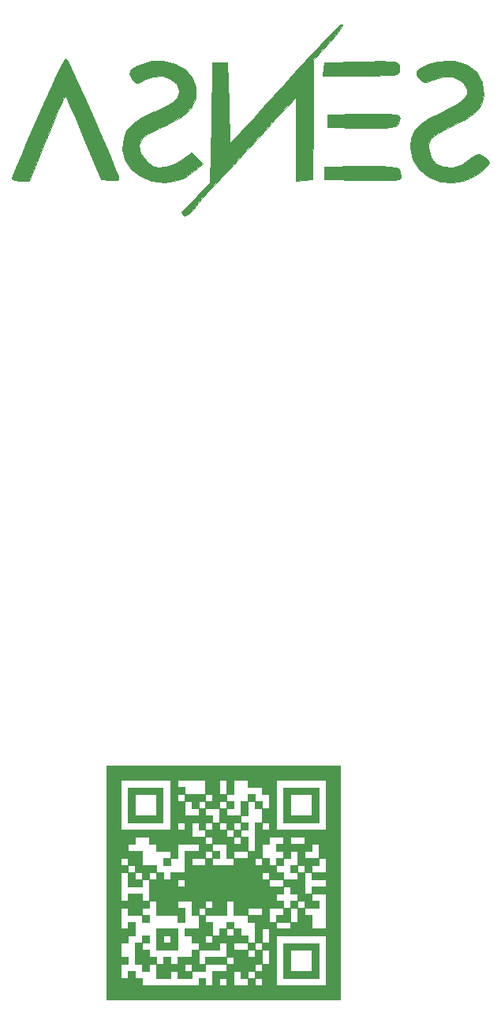
<source format=gbr>
%TF.GenerationSoftware,KiCad,Pcbnew,(5.1.9)-1*%
%TF.CreationDate,2021-11-07T02:37:45+01:00*%
%TF.ProjectId,SwitchBox,53776974-6368-4426-9f78-2e6b69636164,rev?*%
%TF.SameCoordinates,Original*%
%TF.FileFunction,Legend,Bot*%
%TF.FilePolarity,Positive*%
%FSLAX46Y46*%
G04 Gerber Fmt 4.6, Leading zero omitted, Abs format (unit mm)*
G04 Created by KiCad (PCBNEW (5.1.9)-1) date 2021-11-07 02:37:45*
%MOMM*%
%LPD*%
G01*
G04 APERTURE LIST*
%ADD10C,0.010000*%
G04 APERTURE END LIST*
D10*
%TO.C,G\u002A\u002A\u002A*%
G36*
X103133379Y-159266621D02*
G01*
X128164948Y-159266621D01*
X128164948Y-152439830D01*
X126647884Y-152439830D01*
X126647884Y-157749557D01*
X121338157Y-157749557D01*
X121338157Y-156991024D01*
X119821092Y-156991024D01*
X119821092Y-157749557D01*
X119062559Y-157749557D01*
X119062559Y-156991024D01*
X119821092Y-156991024D01*
X121338157Y-156991024D01*
X121338157Y-153956895D01*
X120579624Y-153956895D01*
X120579624Y-155473959D01*
X119821092Y-155473959D01*
X119821092Y-156232492D01*
X119062559Y-156232492D01*
X119062559Y-156991024D01*
X118304027Y-156991024D01*
X118304027Y-157749557D01*
X116786962Y-157749557D01*
X116786962Y-156991024D01*
X116028430Y-156991024D01*
X116028430Y-157749557D01*
X115269897Y-157749557D01*
X115269897Y-156991024D01*
X116028430Y-156991024D01*
X116786962Y-156991024D01*
X116786962Y-156232492D01*
X117545495Y-156232492D01*
X117545495Y-156991024D01*
X118304027Y-156991024D01*
X118304027Y-156232492D01*
X119062559Y-156232492D01*
X119062559Y-155473959D01*
X119821092Y-155473959D01*
X119821092Y-153956895D01*
X120579624Y-153956895D01*
X121338157Y-153956895D01*
X121338157Y-152439830D01*
X126647884Y-152439830D01*
X128164948Y-152439830D01*
X128164948Y-146371570D01*
X126647884Y-146371570D01*
X126647884Y-147130103D01*
X125130819Y-147130103D01*
X125130819Y-147888635D01*
X126647884Y-147888635D01*
X126647884Y-151681297D01*
X125130819Y-151681297D01*
X125130819Y-150164232D01*
X124372286Y-150164232D01*
X124372286Y-149405700D01*
X123613754Y-149405700D01*
X123613754Y-150922765D01*
X122855222Y-150922765D01*
X122855222Y-151681297D01*
X121338157Y-151681297D01*
X120579624Y-151681297D01*
X120579624Y-153198362D01*
X119821092Y-153198362D01*
X119821092Y-153956895D01*
X119062559Y-153956895D01*
X119062559Y-154715427D01*
X118304027Y-154715427D01*
X116786962Y-154715427D01*
X116786962Y-155473959D01*
X116028430Y-155473959D01*
X116028430Y-156232492D01*
X114511365Y-156232492D01*
X114511365Y-157749557D01*
X113752832Y-157749557D01*
X113752832Y-156991024D01*
X112994300Y-156991024D01*
X112994300Y-157749557D01*
X106926041Y-157749557D01*
X106926041Y-156991024D01*
X106167508Y-156991024D01*
X106167508Y-156232492D01*
X105408976Y-156232492D01*
X105408976Y-156991024D01*
X104650443Y-156991024D01*
X104650443Y-155473959D01*
X105408976Y-155473959D01*
X105408976Y-154715427D01*
X104650443Y-154715427D01*
X104650443Y-153198362D01*
X105408976Y-153198362D01*
X105408976Y-152439830D01*
X106167508Y-152439830D01*
X106167508Y-150922765D01*
X105408976Y-150922765D01*
X105408976Y-151681297D01*
X104650443Y-151681297D01*
X104650443Y-149405700D01*
X105408976Y-149405700D01*
X105408976Y-150164232D01*
X106926041Y-150164232D01*
X106926041Y-149405700D01*
X107684573Y-149405700D01*
X107684573Y-148647168D01*
X108443105Y-148647168D01*
X108443105Y-150164232D01*
X110718703Y-150164232D01*
X110718703Y-150922765D01*
X111477235Y-150922765D01*
X111477235Y-149405700D01*
X110718703Y-149405700D01*
X110718703Y-148647168D01*
X112235768Y-148647168D01*
X112235768Y-150164232D01*
X112994300Y-150164232D01*
X112994300Y-151681297D01*
X111477235Y-151681297D01*
X111477235Y-152439830D01*
X112235768Y-152439830D01*
X112235768Y-153198362D01*
X112994300Y-153198362D01*
X112994300Y-153956895D01*
X115269897Y-153956895D01*
X115269897Y-153198362D01*
X116028430Y-153198362D01*
X116028430Y-154715427D01*
X116786962Y-154715427D01*
X118304027Y-154715427D01*
X118304027Y-153956895D01*
X116786962Y-153956895D01*
X116786962Y-153198362D01*
X118304027Y-153198362D01*
X118304027Y-152439830D01*
X117545495Y-152439830D01*
X117545495Y-151681297D01*
X116786962Y-151681297D01*
X116786962Y-152439830D01*
X116028430Y-152439830D01*
X116028430Y-151681297D01*
X115269897Y-151681297D01*
X115269897Y-152439830D01*
X114511365Y-152439830D01*
X114511365Y-153198362D01*
X113752832Y-153198362D01*
X113752832Y-152439830D01*
X114511365Y-152439830D01*
X114511365Y-150922765D01*
X113752832Y-150922765D01*
X113752832Y-150164232D01*
X116028430Y-150164232D01*
X116028430Y-148647168D01*
X114511365Y-148647168D01*
X114511365Y-149405700D01*
X113752832Y-149405700D01*
X113752832Y-150164232D01*
X112994300Y-150164232D01*
X112994300Y-149405700D01*
X113752832Y-149405700D01*
X113752832Y-148647168D01*
X114511365Y-148647168D01*
X116028430Y-148647168D01*
X116786962Y-148647168D01*
X116786962Y-150164232D01*
X118304027Y-150164232D01*
X118304027Y-150922765D01*
X119062559Y-150922765D01*
X119062559Y-153198362D01*
X119821092Y-153198362D01*
X119821092Y-151681297D01*
X120579624Y-151681297D01*
X121338157Y-151681297D01*
X121338157Y-150922765D01*
X120579624Y-150922765D01*
X120579624Y-149405700D01*
X119821092Y-149405700D01*
X119821092Y-150164232D01*
X118304027Y-150164232D01*
X118304027Y-149405700D01*
X119821092Y-149405700D01*
X120579624Y-149405700D01*
X122096689Y-149405700D01*
X122096689Y-148647168D01*
X121338157Y-148647168D01*
X121338157Y-147888635D01*
X122096689Y-147888635D01*
X122096689Y-147130103D01*
X120579624Y-147130103D01*
X120579624Y-146371570D01*
X122096689Y-146371570D01*
X122096689Y-145613038D01*
X121338157Y-145613038D01*
X120579624Y-145613038D01*
X120579624Y-146371570D01*
X119821092Y-146371570D01*
X111477235Y-146371570D01*
X111477235Y-147130103D01*
X110718703Y-147130103D01*
X110718703Y-146371570D01*
X111477235Y-146371570D01*
X119821092Y-146371570D01*
X119821092Y-145613038D01*
X120579624Y-145613038D01*
X121338157Y-145613038D01*
X121338157Y-144854505D01*
X120579624Y-144854505D01*
X120579624Y-144095973D01*
X119821092Y-144095973D01*
X119821092Y-144854505D01*
X119062559Y-144854505D01*
X119062559Y-144095973D01*
X119821092Y-144095973D01*
X119821092Y-142578908D01*
X120579624Y-142578908D01*
X120579624Y-141820376D01*
X122096689Y-141820376D01*
X122096689Y-142578908D01*
X121338157Y-142578908D01*
X121338157Y-143337441D01*
X122096689Y-143337441D01*
X122096689Y-144095973D01*
X122855222Y-144095973D01*
X122855222Y-143337441D01*
X123613754Y-143337441D01*
X123613754Y-144854505D01*
X124372286Y-144854505D01*
X124372286Y-145613038D01*
X125130819Y-145613038D01*
X125130819Y-146371570D01*
X126647884Y-146371570D01*
X128164948Y-146371570D01*
X128164948Y-144095973D01*
X126647884Y-144095973D01*
X126647884Y-145613038D01*
X125130819Y-145613038D01*
X125130819Y-144854505D01*
X125889351Y-144854505D01*
X125889351Y-144095973D01*
X126647884Y-144095973D01*
X128164948Y-144095973D01*
X128164948Y-142578908D01*
X125889351Y-142578908D01*
X125889351Y-144095973D01*
X124372286Y-144095973D01*
X124372286Y-143337441D01*
X125130819Y-143337441D01*
X125130819Y-142578908D01*
X125889351Y-142578908D01*
X128164948Y-142578908D01*
X128164948Y-141820376D01*
X124372286Y-141820376D01*
X124372286Y-142578908D01*
X122855222Y-142578908D01*
X122855222Y-141820376D01*
X124372286Y-141820376D01*
X128164948Y-141820376D01*
X128164948Y-135752116D01*
X126647884Y-135752116D01*
X126647884Y-141061843D01*
X121338157Y-141061843D01*
X121338157Y-140303311D01*
X120579624Y-140303311D01*
X120579624Y-141061843D01*
X119821092Y-141061843D01*
X119821092Y-140303311D01*
X120579624Y-140303311D01*
X121338157Y-140303311D01*
X121338157Y-137269181D01*
X120579624Y-137269181D01*
X120579624Y-138786246D01*
X119821092Y-138786246D01*
X119821092Y-140303311D01*
X119062559Y-140303311D01*
X119062559Y-143337441D01*
X118304027Y-143337441D01*
X118304027Y-144095973D01*
X116786962Y-144095973D01*
X116786962Y-144854505D01*
X114511365Y-144854505D01*
X114511365Y-144095973D01*
X113752832Y-144095973D01*
X113752832Y-144854505D01*
X112235768Y-144854505D01*
X112235768Y-144095973D01*
X113752832Y-144095973D01*
X113752832Y-143337441D01*
X114511365Y-143337441D01*
X114511365Y-142578908D01*
X113752832Y-142578908D01*
X112994300Y-142578908D01*
X112994300Y-143337441D01*
X111477235Y-143337441D01*
X111477235Y-145613038D01*
X109960170Y-145613038D01*
X109960170Y-146371570D01*
X109201638Y-146371570D01*
X109201638Y-145613038D01*
X108443105Y-145613038D01*
X108443105Y-146371570D01*
X107684573Y-146371570D01*
X107684573Y-148647168D01*
X106926041Y-148647168D01*
X106926041Y-147888635D01*
X105408976Y-147888635D01*
X105408976Y-148647168D01*
X104650443Y-148647168D01*
X104650443Y-145613038D01*
X105408976Y-145613038D01*
X105408976Y-144854505D01*
X106167508Y-144854505D01*
X106167508Y-145613038D01*
X106926041Y-145613038D01*
X106926041Y-146371570D01*
X107684573Y-146371570D01*
X107684573Y-145613038D01*
X108443105Y-145613038D01*
X108443105Y-144854505D01*
X106926041Y-144854505D01*
X106926041Y-144095973D01*
X105408976Y-144095973D01*
X105408976Y-144854505D01*
X104650443Y-144854505D01*
X104650443Y-144095973D01*
X105408976Y-144095973D01*
X106926041Y-144095973D01*
X106926041Y-143337441D01*
X105408976Y-143337441D01*
X105408976Y-142578908D01*
X106167508Y-142578908D01*
X106167508Y-141820376D01*
X107684573Y-141820376D01*
X107684573Y-142578908D01*
X108443105Y-142578908D01*
X108443105Y-143337441D01*
X109960170Y-143337441D01*
X109960170Y-144095973D01*
X110718703Y-144095973D01*
X110718703Y-142578908D01*
X112994300Y-142578908D01*
X113752832Y-142578908D01*
X113752832Y-141820376D01*
X112235768Y-141820376D01*
X112235768Y-140303311D01*
X111477235Y-140303311D01*
X111477235Y-141061843D01*
X110718703Y-141061843D01*
X110718703Y-140303311D01*
X111477235Y-140303311D01*
X112235768Y-140303311D01*
X112994300Y-140303311D01*
X112994300Y-141061843D01*
X113752832Y-141061843D01*
X113752832Y-140303311D01*
X114511365Y-140303311D01*
X114511365Y-139544778D01*
X113752832Y-139544778D01*
X113752832Y-138786246D01*
X115269897Y-138786246D01*
X115269897Y-138027714D01*
X116028430Y-138027714D01*
X116028430Y-137269181D01*
X116786962Y-137269181D01*
X116786962Y-135752116D01*
X116028430Y-135752116D01*
X116028430Y-137269181D01*
X115269897Y-137269181D01*
X114511365Y-137269181D01*
X114511365Y-138027714D01*
X113752832Y-138027714D01*
X113752832Y-138786246D01*
X112994300Y-138786246D01*
X112994300Y-139544778D01*
X111477235Y-139544778D01*
X111477235Y-138027714D01*
X110718703Y-138027714D01*
X110718703Y-137269181D01*
X111477235Y-137269181D01*
X111477235Y-136510649D01*
X110718703Y-136510649D01*
X110718703Y-135752116D01*
X109960170Y-135752116D01*
X109960170Y-141061843D01*
X104650443Y-141061843D01*
X104650443Y-135752116D01*
X109960170Y-135752116D01*
X110718703Y-135752116D01*
X113752832Y-135752116D01*
X113752832Y-137269181D01*
X114511365Y-137269181D01*
X115269897Y-137269181D01*
X115269897Y-135752116D01*
X116028430Y-135752116D01*
X116786962Y-135752116D01*
X118304027Y-135752116D01*
X118304027Y-136510649D01*
X119821092Y-136510649D01*
X119821092Y-137269181D01*
X120579624Y-137269181D01*
X121338157Y-137269181D01*
X121338157Y-135752116D01*
X126647884Y-135752116D01*
X128164948Y-135752116D01*
X128164948Y-134235052D01*
X103133379Y-134235052D01*
X103133379Y-159266621D01*
G37*
X103133379Y-159266621D02*
X128164948Y-159266621D01*
X128164948Y-152439830D01*
X126647884Y-152439830D01*
X126647884Y-157749557D01*
X121338157Y-157749557D01*
X121338157Y-156991024D01*
X119821092Y-156991024D01*
X119821092Y-157749557D01*
X119062559Y-157749557D01*
X119062559Y-156991024D01*
X119821092Y-156991024D01*
X121338157Y-156991024D01*
X121338157Y-153956895D01*
X120579624Y-153956895D01*
X120579624Y-155473959D01*
X119821092Y-155473959D01*
X119821092Y-156232492D01*
X119062559Y-156232492D01*
X119062559Y-156991024D01*
X118304027Y-156991024D01*
X118304027Y-157749557D01*
X116786962Y-157749557D01*
X116786962Y-156991024D01*
X116028430Y-156991024D01*
X116028430Y-157749557D01*
X115269897Y-157749557D01*
X115269897Y-156991024D01*
X116028430Y-156991024D01*
X116786962Y-156991024D01*
X116786962Y-156232492D01*
X117545495Y-156232492D01*
X117545495Y-156991024D01*
X118304027Y-156991024D01*
X118304027Y-156232492D01*
X119062559Y-156232492D01*
X119062559Y-155473959D01*
X119821092Y-155473959D01*
X119821092Y-153956895D01*
X120579624Y-153956895D01*
X121338157Y-153956895D01*
X121338157Y-152439830D01*
X126647884Y-152439830D01*
X128164948Y-152439830D01*
X128164948Y-146371570D01*
X126647884Y-146371570D01*
X126647884Y-147130103D01*
X125130819Y-147130103D01*
X125130819Y-147888635D01*
X126647884Y-147888635D01*
X126647884Y-151681297D01*
X125130819Y-151681297D01*
X125130819Y-150164232D01*
X124372286Y-150164232D01*
X124372286Y-149405700D01*
X123613754Y-149405700D01*
X123613754Y-150922765D01*
X122855222Y-150922765D01*
X122855222Y-151681297D01*
X121338157Y-151681297D01*
X120579624Y-151681297D01*
X120579624Y-153198362D01*
X119821092Y-153198362D01*
X119821092Y-153956895D01*
X119062559Y-153956895D01*
X119062559Y-154715427D01*
X118304027Y-154715427D01*
X116786962Y-154715427D01*
X116786962Y-155473959D01*
X116028430Y-155473959D01*
X116028430Y-156232492D01*
X114511365Y-156232492D01*
X114511365Y-157749557D01*
X113752832Y-157749557D01*
X113752832Y-156991024D01*
X112994300Y-156991024D01*
X112994300Y-157749557D01*
X106926041Y-157749557D01*
X106926041Y-156991024D01*
X106167508Y-156991024D01*
X106167508Y-156232492D01*
X105408976Y-156232492D01*
X105408976Y-156991024D01*
X104650443Y-156991024D01*
X104650443Y-155473959D01*
X105408976Y-155473959D01*
X105408976Y-154715427D01*
X104650443Y-154715427D01*
X104650443Y-153198362D01*
X105408976Y-153198362D01*
X105408976Y-152439830D01*
X106167508Y-152439830D01*
X106167508Y-150922765D01*
X105408976Y-150922765D01*
X105408976Y-151681297D01*
X104650443Y-151681297D01*
X104650443Y-149405700D01*
X105408976Y-149405700D01*
X105408976Y-150164232D01*
X106926041Y-150164232D01*
X106926041Y-149405700D01*
X107684573Y-149405700D01*
X107684573Y-148647168D01*
X108443105Y-148647168D01*
X108443105Y-150164232D01*
X110718703Y-150164232D01*
X110718703Y-150922765D01*
X111477235Y-150922765D01*
X111477235Y-149405700D01*
X110718703Y-149405700D01*
X110718703Y-148647168D01*
X112235768Y-148647168D01*
X112235768Y-150164232D01*
X112994300Y-150164232D01*
X112994300Y-151681297D01*
X111477235Y-151681297D01*
X111477235Y-152439830D01*
X112235768Y-152439830D01*
X112235768Y-153198362D01*
X112994300Y-153198362D01*
X112994300Y-153956895D01*
X115269897Y-153956895D01*
X115269897Y-153198362D01*
X116028430Y-153198362D01*
X116028430Y-154715427D01*
X116786962Y-154715427D01*
X118304027Y-154715427D01*
X118304027Y-153956895D01*
X116786962Y-153956895D01*
X116786962Y-153198362D01*
X118304027Y-153198362D01*
X118304027Y-152439830D01*
X117545495Y-152439830D01*
X117545495Y-151681297D01*
X116786962Y-151681297D01*
X116786962Y-152439830D01*
X116028430Y-152439830D01*
X116028430Y-151681297D01*
X115269897Y-151681297D01*
X115269897Y-152439830D01*
X114511365Y-152439830D01*
X114511365Y-153198362D01*
X113752832Y-153198362D01*
X113752832Y-152439830D01*
X114511365Y-152439830D01*
X114511365Y-150922765D01*
X113752832Y-150922765D01*
X113752832Y-150164232D01*
X116028430Y-150164232D01*
X116028430Y-148647168D01*
X114511365Y-148647168D01*
X114511365Y-149405700D01*
X113752832Y-149405700D01*
X113752832Y-150164232D01*
X112994300Y-150164232D01*
X112994300Y-149405700D01*
X113752832Y-149405700D01*
X113752832Y-148647168D01*
X114511365Y-148647168D01*
X116028430Y-148647168D01*
X116786962Y-148647168D01*
X116786962Y-150164232D01*
X118304027Y-150164232D01*
X118304027Y-150922765D01*
X119062559Y-150922765D01*
X119062559Y-153198362D01*
X119821092Y-153198362D01*
X119821092Y-151681297D01*
X120579624Y-151681297D01*
X121338157Y-151681297D01*
X121338157Y-150922765D01*
X120579624Y-150922765D01*
X120579624Y-149405700D01*
X119821092Y-149405700D01*
X119821092Y-150164232D01*
X118304027Y-150164232D01*
X118304027Y-149405700D01*
X119821092Y-149405700D01*
X120579624Y-149405700D01*
X122096689Y-149405700D01*
X122096689Y-148647168D01*
X121338157Y-148647168D01*
X121338157Y-147888635D01*
X122096689Y-147888635D01*
X122096689Y-147130103D01*
X120579624Y-147130103D01*
X120579624Y-146371570D01*
X122096689Y-146371570D01*
X122096689Y-145613038D01*
X121338157Y-145613038D01*
X120579624Y-145613038D01*
X120579624Y-146371570D01*
X119821092Y-146371570D01*
X111477235Y-146371570D01*
X111477235Y-147130103D01*
X110718703Y-147130103D01*
X110718703Y-146371570D01*
X111477235Y-146371570D01*
X119821092Y-146371570D01*
X119821092Y-145613038D01*
X120579624Y-145613038D01*
X121338157Y-145613038D01*
X121338157Y-144854505D01*
X120579624Y-144854505D01*
X120579624Y-144095973D01*
X119821092Y-144095973D01*
X119821092Y-144854505D01*
X119062559Y-144854505D01*
X119062559Y-144095973D01*
X119821092Y-144095973D01*
X119821092Y-142578908D01*
X120579624Y-142578908D01*
X120579624Y-141820376D01*
X122096689Y-141820376D01*
X122096689Y-142578908D01*
X121338157Y-142578908D01*
X121338157Y-143337441D01*
X122096689Y-143337441D01*
X122096689Y-144095973D01*
X122855222Y-144095973D01*
X122855222Y-143337441D01*
X123613754Y-143337441D01*
X123613754Y-144854505D01*
X124372286Y-144854505D01*
X124372286Y-145613038D01*
X125130819Y-145613038D01*
X125130819Y-146371570D01*
X126647884Y-146371570D01*
X128164948Y-146371570D01*
X128164948Y-144095973D01*
X126647884Y-144095973D01*
X126647884Y-145613038D01*
X125130819Y-145613038D01*
X125130819Y-144854505D01*
X125889351Y-144854505D01*
X125889351Y-144095973D01*
X126647884Y-144095973D01*
X128164948Y-144095973D01*
X128164948Y-142578908D01*
X125889351Y-142578908D01*
X125889351Y-144095973D01*
X124372286Y-144095973D01*
X124372286Y-143337441D01*
X125130819Y-143337441D01*
X125130819Y-142578908D01*
X125889351Y-142578908D01*
X128164948Y-142578908D01*
X128164948Y-141820376D01*
X124372286Y-141820376D01*
X124372286Y-142578908D01*
X122855222Y-142578908D01*
X122855222Y-141820376D01*
X124372286Y-141820376D01*
X128164948Y-141820376D01*
X128164948Y-135752116D01*
X126647884Y-135752116D01*
X126647884Y-141061843D01*
X121338157Y-141061843D01*
X121338157Y-140303311D01*
X120579624Y-140303311D01*
X120579624Y-141061843D01*
X119821092Y-141061843D01*
X119821092Y-140303311D01*
X120579624Y-140303311D01*
X121338157Y-140303311D01*
X121338157Y-137269181D01*
X120579624Y-137269181D01*
X120579624Y-138786246D01*
X119821092Y-138786246D01*
X119821092Y-140303311D01*
X119062559Y-140303311D01*
X119062559Y-143337441D01*
X118304027Y-143337441D01*
X118304027Y-144095973D01*
X116786962Y-144095973D01*
X116786962Y-144854505D01*
X114511365Y-144854505D01*
X114511365Y-144095973D01*
X113752832Y-144095973D01*
X113752832Y-144854505D01*
X112235768Y-144854505D01*
X112235768Y-144095973D01*
X113752832Y-144095973D01*
X113752832Y-143337441D01*
X114511365Y-143337441D01*
X114511365Y-142578908D01*
X113752832Y-142578908D01*
X112994300Y-142578908D01*
X112994300Y-143337441D01*
X111477235Y-143337441D01*
X111477235Y-145613038D01*
X109960170Y-145613038D01*
X109960170Y-146371570D01*
X109201638Y-146371570D01*
X109201638Y-145613038D01*
X108443105Y-145613038D01*
X108443105Y-146371570D01*
X107684573Y-146371570D01*
X107684573Y-148647168D01*
X106926041Y-148647168D01*
X106926041Y-147888635D01*
X105408976Y-147888635D01*
X105408976Y-148647168D01*
X104650443Y-148647168D01*
X104650443Y-145613038D01*
X105408976Y-145613038D01*
X105408976Y-144854505D01*
X106167508Y-144854505D01*
X106167508Y-145613038D01*
X106926041Y-145613038D01*
X106926041Y-146371570D01*
X107684573Y-146371570D01*
X107684573Y-145613038D01*
X108443105Y-145613038D01*
X108443105Y-144854505D01*
X106926041Y-144854505D01*
X106926041Y-144095973D01*
X105408976Y-144095973D01*
X105408976Y-144854505D01*
X104650443Y-144854505D01*
X104650443Y-144095973D01*
X105408976Y-144095973D01*
X106926041Y-144095973D01*
X106926041Y-143337441D01*
X105408976Y-143337441D01*
X105408976Y-142578908D01*
X106167508Y-142578908D01*
X106167508Y-141820376D01*
X107684573Y-141820376D01*
X107684573Y-142578908D01*
X108443105Y-142578908D01*
X108443105Y-143337441D01*
X109960170Y-143337441D01*
X109960170Y-144095973D01*
X110718703Y-144095973D01*
X110718703Y-142578908D01*
X112994300Y-142578908D01*
X113752832Y-142578908D01*
X113752832Y-141820376D01*
X112235768Y-141820376D01*
X112235768Y-140303311D01*
X111477235Y-140303311D01*
X111477235Y-141061843D01*
X110718703Y-141061843D01*
X110718703Y-140303311D01*
X111477235Y-140303311D01*
X112235768Y-140303311D01*
X112994300Y-140303311D01*
X112994300Y-141061843D01*
X113752832Y-141061843D01*
X113752832Y-140303311D01*
X114511365Y-140303311D01*
X114511365Y-139544778D01*
X113752832Y-139544778D01*
X113752832Y-138786246D01*
X115269897Y-138786246D01*
X115269897Y-138027714D01*
X116028430Y-138027714D01*
X116028430Y-137269181D01*
X116786962Y-137269181D01*
X116786962Y-135752116D01*
X116028430Y-135752116D01*
X116028430Y-137269181D01*
X115269897Y-137269181D01*
X114511365Y-137269181D01*
X114511365Y-138027714D01*
X113752832Y-138027714D01*
X113752832Y-138786246D01*
X112994300Y-138786246D01*
X112994300Y-139544778D01*
X111477235Y-139544778D01*
X111477235Y-138027714D01*
X110718703Y-138027714D01*
X110718703Y-137269181D01*
X111477235Y-137269181D01*
X111477235Y-136510649D01*
X110718703Y-136510649D01*
X110718703Y-135752116D01*
X109960170Y-135752116D01*
X109960170Y-141061843D01*
X104650443Y-141061843D01*
X104650443Y-135752116D01*
X109960170Y-135752116D01*
X110718703Y-135752116D01*
X113752832Y-135752116D01*
X113752832Y-137269181D01*
X114511365Y-137269181D01*
X115269897Y-137269181D01*
X115269897Y-135752116D01*
X116028430Y-135752116D01*
X116786962Y-135752116D01*
X118304027Y-135752116D01*
X118304027Y-136510649D01*
X119821092Y-136510649D01*
X119821092Y-137269181D01*
X120579624Y-137269181D01*
X121338157Y-137269181D01*
X121338157Y-135752116D01*
X126647884Y-135752116D01*
X128164948Y-135752116D01*
X128164948Y-134235052D01*
X103133379Y-134235052D01*
X103133379Y-159266621D01*
G36*
X122118361Y-156969352D02*
G01*
X125867679Y-156969352D01*
X125867679Y-153956895D01*
X125130819Y-153956895D01*
X125130819Y-156232492D01*
X122855222Y-156232492D01*
X122855222Y-153956895D01*
X125130819Y-153956895D01*
X125867679Y-153956895D01*
X125867679Y-153220034D01*
X122118361Y-153220034D01*
X122118361Y-156969352D01*
G37*
X122118361Y-156969352D02*
X125867679Y-156969352D01*
X125867679Y-153956895D01*
X125130819Y-153956895D01*
X125130819Y-156232492D01*
X122855222Y-156232492D01*
X122855222Y-153956895D01*
X125130819Y-153956895D01*
X125867679Y-153956895D01*
X125867679Y-153220034D01*
X122118361Y-153220034D01*
X122118361Y-156969352D01*
G36*
X112235768Y-154715427D02*
G01*
X110718703Y-154715427D01*
X110718703Y-155473959D01*
X109960170Y-155473959D01*
X109960170Y-154715427D01*
X109201638Y-154715427D01*
X109201638Y-155473959D01*
X108443105Y-155473959D01*
X108443105Y-156991024D01*
X109960170Y-156991024D01*
X109960170Y-156232492D01*
X110718703Y-156232492D01*
X110718703Y-156991024D01*
X112235768Y-156991024D01*
X112235768Y-156232492D01*
X113752832Y-156232492D01*
X113752832Y-155473959D01*
X112994300Y-155473959D01*
X112235768Y-155473959D01*
X112235768Y-156232492D01*
X111477235Y-156232492D01*
X111477235Y-155473959D01*
X112235768Y-155473959D01*
X112994300Y-155473959D01*
X112994300Y-153956895D01*
X112235768Y-153956895D01*
X112235768Y-154715427D01*
G37*
X112235768Y-154715427D02*
X110718703Y-154715427D01*
X110718703Y-155473959D01*
X109960170Y-155473959D01*
X109960170Y-154715427D01*
X109201638Y-154715427D01*
X109201638Y-155473959D01*
X108443105Y-155473959D01*
X108443105Y-156991024D01*
X109960170Y-156991024D01*
X109960170Y-156232492D01*
X110718703Y-156232492D01*
X110718703Y-156991024D01*
X112235768Y-156991024D01*
X112235768Y-156232492D01*
X113752832Y-156232492D01*
X113752832Y-155473959D01*
X112994300Y-155473959D01*
X112235768Y-155473959D01*
X112235768Y-156232492D01*
X111477235Y-156232492D01*
X111477235Y-155473959D01*
X112235768Y-155473959D01*
X112994300Y-155473959D01*
X112994300Y-153956895D01*
X112235768Y-153956895D01*
X112235768Y-154715427D01*
G36*
X106167508Y-155473959D02*
G01*
X106926041Y-155473959D01*
X106926041Y-156232492D01*
X107684573Y-156232492D01*
X107684573Y-155473959D01*
X108443105Y-155473959D01*
X108443105Y-154715427D01*
X107684573Y-154715427D01*
X107684573Y-153956895D01*
X106926041Y-153956895D01*
X106926041Y-153198362D01*
X106167508Y-153198362D01*
X106167508Y-155473959D01*
G37*
X106167508Y-155473959D02*
X106926041Y-155473959D01*
X106926041Y-156232492D01*
X107684573Y-156232492D01*
X107684573Y-155473959D01*
X108443105Y-155473959D01*
X108443105Y-154715427D01*
X107684573Y-154715427D01*
X107684573Y-153956895D01*
X106926041Y-153956895D01*
X106926041Y-153198362D01*
X106167508Y-153198362D01*
X106167508Y-155473959D01*
G36*
X113752832Y-155473959D02*
G01*
X116028430Y-155473959D01*
X116028430Y-154715427D01*
X113752832Y-154715427D01*
X113752832Y-155473959D01*
G37*
X113752832Y-155473959D02*
X116028430Y-155473959D01*
X116028430Y-154715427D01*
X113752832Y-154715427D01*
X113752832Y-155473959D01*
G36*
X106926041Y-153198362D02*
G01*
X107684573Y-153198362D01*
X107684573Y-152439830D01*
X106926041Y-152439830D01*
X106926041Y-153198362D01*
G37*
X106926041Y-153198362D02*
X107684573Y-153198362D01*
X107684573Y-152439830D01*
X106926041Y-152439830D01*
X106926041Y-153198362D01*
G36*
X118304027Y-153956895D02*
G01*
X119062559Y-153956895D01*
X119062559Y-153198362D01*
X118304027Y-153198362D01*
X118304027Y-153956895D01*
G37*
X118304027Y-153956895D02*
X119062559Y-153956895D01*
X119062559Y-153198362D01*
X118304027Y-153198362D01*
X118304027Y-153956895D01*
G36*
X108443105Y-153956895D02*
G01*
X110718703Y-153956895D01*
X110718703Y-152439830D01*
X109960170Y-152439830D01*
X109960170Y-153198362D01*
X109201638Y-153198362D01*
X109201638Y-152439830D01*
X109960170Y-152439830D01*
X110718703Y-152439830D01*
X110718703Y-151681297D01*
X108443105Y-151681297D01*
X108443105Y-153956895D01*
G37*
X108443105Y-153956895D02*
X110718703Y-153956895D01*
X110718703Y-152439830D01*
X109960170Y-152439830D01*
X109960170Y-153198362D01*
X109201638Y-153198362D01*
X109201638Y-152439830D01*
X109960170Y-152439830D01*
X110718703Y-152439830D01*
X110718703Y-151681297D01*
X108443105Y-151681297D01*
X108443105Y-153956895D01*
G36*
X116028430Y-151681297D02*
G01*
X116786962Y-151681297D01*
X116786962Y-150922765D01*
X116028430Y-150922765D01*
X116028430Y-151681297D01*
G37*
X116028430Y-151681297D02*
X116786962Y-151681297D01*
X116786962Y-150922765D01*
X116028430Y-150922765D01*
X116028430Y-151681297D01*
G36*
X106926041Y-150922765D02*
G01*
X107684573Y-150922765D01*
X107684573Y-150164232D01*
X106926041Y-150164232D01*
X106926041Y-150922765D01*
G37*
X106926041Y-150922765D02*
X107684573Y-150922765D01*
X107684573Y-150164232D01*
X106926041Y-150164232D01*
X106926041Y-150922765D01*
G36*
X105408976Y-147130103D02*
G01*
X106926041Y-147130103D01*
X106926041Y-146371570D01*
X106167508Y-146371570D01*
X106167508Y-145613038D01*
X105408976Y-145613038D01*
X105408976Y-147130103D01*
G37*
X105408976Y-147130103D02*
X106926041Y-147130103D01*
X106926041Y-146371570D01*
X106167508Y-146371570D01*
X106167508Y-145613038D01*
X105408976Y-145613038D01*
X105408976Y-147130103D01*
G36*
X109201638Y-144854505D02*
G01*
X109960170Y-144854505D01*
X109960170Y-144095973D01*
X109201638Y-144095973D01*
X109201638Y-144854505D01*
G37*
X109201638Y-144854505D02*
X109960170Y-144854505D01*
X109960170Y-144095973D01*
X109201638Y-144095973D01*
X109201638Y-144854505D01*
G36*
X122096689Y-150164232D02*
G01*
X121338157Y-150164232D01*
X121338157Y-150922765D01*
X122855222Y-150922765D01*
X122855222Y-149405700D01*
X122096689Y-149405700D01*
X122096689Y-150164232D01*
G37*
X122096689Y-150164232D02*
X121338157Y-150164232D01*
X121338157Y-150922765D01*
X122855222Y-150922765D01*
X122855222Y-149405700D01*
X122096689Y-149405700D01*
X122096689Y-150164232D01*
G36*
X123613754Y-146371570D02*
G01*
X122096689Y-146371570D01*
X122096689Y-147130103D01*
X122855222Y-147130103D01*
X122855222Y-147888635D01*
X123613754Y-147888635D01*
X123613754Y-148647168D01*
X124372286Y-148647168D01*
X124372286Y-149405700D01*
X125889351Y-149405700D01*
X125889351Y-148647168D01*
X125130819Y-148647168D01*
X125130819Y-147888635D01*
X124372286Y-147888635D01*
X124372286Y-145613038D01*
X123613754Y-145613038D01*
X123613754Y-146371570D01*
G37*
X123613754Y-146371570D02*
X122096689Y-146371570D01*
X122096689Y-147130103D01*
X122855222Y-147130103D01*
X122855222Y-147888635D01*
X123613754Y-147888635D01*
X123613754Y-148647168D01*
X124372286Y-148647168D01*
X124372286Y-149405700D01*
X125889351Y-149405700D01*
X125889351Y-148647168D01*
X125130819Y-148647168D01*
X125130819Y-147888635D01*
X124372286Y-147888635D01*
X124372286Y-145613038D01*
X123613754Y-145613038D01*
X123613754Y-146371570D01*
G36*
X122855222Y-149405700D02*
G01*
X123613754Y-149405700D01*
X123613754Y-148647168D01*
X122855222Y-148647168D01*
X122855222Y-149405700D01*
G37*
X122855222Y-149405700D02*
X123613754Y-149405700D01*
X123613754Y-148647168D01*
X122855222Y-148647168D01*
X122855222Y-149405700D01*
G36*
X122855222Y-145613038D02*
G01*
X123613754Y-145613038D01*
X123613754Y-144854505D01*
X122855222Y-144854505D01*
X122855222Y-145613038D01*
G37*
X122855222Y-145613038D02*
X123613754Y-145613038D01*
X123613754Y-144854505D01*
X122855222Y-144854505D01*
X122855222Y-145613038D01*
G36*
X121338157Y-144854505D02*
G01*
X122096689Y-144854505D01*
X122096689Y-144095973D01*
X121338157Y-144095973D01*
X121338157Y-144854505D01*
G37*
X121338157Y-144854505D02*
X122096689Y-144854505D01*
X122096689Y-144095973D01*
X121338157Y-144095973D01*
X121338157Y-144854505D01*
G36*
X117545495Y-139544778D02*
G01*
X118304027Y-139544778D01*
X118304027Y-138027714D01*
X117545495Y-138027714D01*
X117545495Y-139544778D01*
G37*
X117545495Y-139544778D02*
X118304027Y-139544778D01*
X118304027Y-138027714D01*
X117545495Y-138027714D01*
X117545495Y-139544778D01*
G36*
X116028430Y-138786246D02*
G01*
X116786962Y-138786246D01*
X116786962Y-138027714D01*
X116028430Y-138027714D01*
X116028430Y-138786246D01*
G37*
X116028430Y-138786246D02*
X116786962Y-138786246D01*
X116786962Y-138027714D01*
X116028430Y-138027714D01*
X116028430Y-138786246D01*
G36*
X119062559Y-138786246D02*
G01*
X119821092Y-138786246D01*
X119821092Y-138027714D01*
X119062559Y-138027714D01*
X119062559Y-138786246D01*
G37*
X119062559Y-138786246D02*
X119821092Y-138786246D01*
X119821092Y-138027714D01*
X119062559Y-138027714D01*
X119062559Y-138786246D01*
G36*
X118304027Y-138027714D02*
G01*
X119062559Y-138027714D01*
X119062559Y-137269181D01*
X118304027Y-137269181D01*
X118304027Y-138027714D01*
G37*
X118304027Y-138027714D02*
X119062559Y-138027714D01*
X119062559Y-137269181D01*
X118304027Y-137269181D01*
X118304027Y-138027714D01*
G36*
X114511365Y-140303311D02*
G01*
X114511365Y-141061843D01*
X113752832Y-141061843D01*
X113752832Y-141820376D01*
X114511365Y-141820376D01*
X114511365Y-142578908D01*
X116028430Y-142578908D01*
X116028430Y-144095973D01*
X116786962Y-144095973D01*
X116786962Y-143337441D01*
X118304027Y-143337441D01*
X118304027Y-141820376D01*
X117545495Y-141820376D01*
X117545495Y-142578908D01*
X116786962Y-142578908D01*
X116786962Y-141820376D01*
X117545495Y-141820376D01*
X117545495Y-141061843D01*
X118304027Y-141061843D01*
X118304027Y-140303311D01*
X117545495Y-140303311D01*
X117545495Y-141061843D01*
X116786962Y-141061843D01*
X116786962Y-141820376D01*
X116028430Y-141820376D01*
X116028430Y-141061843D01*
X116786962Y-141061843D01*
X116786962Y-140303311D01*
X116028430Y-140303311D01*
X116028430Y-141061843D01*
X115269897Y-141061843D01*
X115269897Y-140303311D01*
X116028430Y-140303311D01*
X116786962Y-140303311D01*
X117545495Y-140303311D01*
X117545495Y-139544778D01*
X116028430Y-139544778D01*
X116028430Y-138786246D01*
X115269897Y-138786246D01*
X115269897Y-140303311D01*
X114511365Y-140303311D01*
G37*
X114511365Y-140303311D02*
X114511365Y-141061843D01*
X113752832Y-141061843D01*
X113752832Y-141820376D01*
X114511365Y-141820376D01*
X114511365Y-142578908D01*
X116028430Y-142578908D01*
X116028430Y-144095973D01*
X116786962Y-144095973D01*
X116786962Y-143337441D01*
X118304027Y-143337441D01*
X118304027Y-141820376D01*
X117545495Y-141820376D01*
X117545495Y-142578908D01*
X116786962Y-142578908D01*
X116786962Y-141820376D01*
X117545495Y-141820376D01*
X117545495Y-141061843D01*
X118304027Y-141061843D01*
X118304027Y-140303311D01*
X117545495Y-140303311D01*
X117545495Y-141061843D01*
X116786962Y-141061843D01*
X116786962Y-141820376D01*
X116028430Y-141820376D01*
X116028430Y-141061843D01*
X116786962Y-141061843D01*
X116786962Y-140303311D01*
X116028430Y-140303311D01*
X116028430Y-141061843D01*
X115269897Y-141061843D01*
X115269897Y-140303311D01*
X116028430Y-140303311D01*
X116786962Y-140303311D01*
X117545495Y-140303311D01*
X117545495Y-139544778D01*
X116028430Y-139544778D01*
X116028430Y-138786246D01*
X115269897Y-138786246D01*
X115269897Y-140303311D01*
X114511365Y-140303311D01*
G36*
X114511365Y-144095973D02*
G01*
X115269897Y-144095973D01*
X115269897Y-143337441D01*
X114511365Y-143337441D01*
X114511365Y-144095973D01*
G37*
X114511365Y-144095973D02*
X115269897Y-144095973D01*
X115269897Y-143337441D01*
X114511365Y-143337441D01*
X114511365Y-144095973D01*
G36*
X111477235Y-138027714D02*
G01*
X112235768Y-138027714D01*
X112235768Y-138786246D01*
X112994300Y-138786246D01*
X112994300Y-138027714D01*
X113752832Y-138027714D01*
X113752832Y-137269181D01*
X111477235Y-137269181D01*
X111477235Y-138027714D01*
G37*
X111477235Y-138027714D02*
X112235768Y-138027714D01*
X112235768Y-138786246D01*
X112994300Y-138786246D01*
X112994300Y-138027714D01*
X113752832Y-138027714D01*
X113752832Y-137269181D01*
X111477235Y-137269181D01*
X111477235Y-138027714D01*
G36*
X122118361Y-140281639D02*
G01*
X125867679Y-140281639D01*
X125867679Y-137269181D01*
X125130819Y-137269181D01*
X125130819Y-139544778D01*
X122855222Y-139544778D01*
X122855222Y-137269181D01*
X125130819Y-137269181D01*
X125867679Y-137269181D01*
X125867679Y-136532321D01*
X122118361Y-136532321D01*
X122118361Y-140281639D01*
G37*
X122118361Y-140281639D02*
X125867679Y-140281639D01*
X125867679Y-137269181D01*
X125130819Y-137269181D01*
X125130819Y-139544778D01*
X122855222Y-139544778D01*
X122855222Y-137269181D01*
X125130819Y-137269181D01*
X125867679Y-137269181D01*
X125867679Y-136532321D01*
X122118361Y-136532321D01*
X122118361Y-140281639D01*
G36*
X105430648Y-140281639D02*
G01*
X109179966Y-140281639D01*
X109179966Y-137269181D01*
X108443105Y-137269181D01*
X108443105Y-139544778D01*
X106167508Y-139544778D01*
X106167508Y-137269181D01*
X108443105Y-137269181D01*
X109179966Y-137269181D01*
X109179966Y-136532321D01*
X105430648Y-136532321D01*
X105430648Y-140281639D01*
G37*
X105430648Y-140281639D02*
X109179966Y-140281639D01*
X109179966Y-137269181D01*
X108443105Y-137269181D01*
X108443105Y-139544778D01*
X106167508Y-139544778D01*
X106167508Y-137269181D01*
X108443105Y-137269181D01*
X109179966Y-137269181D01*
X109179966Y-136532321D01*
X105430648Y-136532321D01*
X105430648Y-140281639D01*
G36*
X128249388Y-54808989D02*
G01*
X127782840Y-55162555D01*
X127053780Y-55866435D01*
X126034256Y-56946745D01*
X125315683Y-57737369D01*
X124470867Y-58671404D01*
X123398183Y-59850981D01*
X122232171Y-61128450D01*
X121107375Y-62356160D01*
X121052127Y-62416316D01*
X120015117Y-63547894D01*
X119008951Y-64650396D01*
X118137849Y-65609329D01*
X117506030Y-66310204D01*
X117425415Y-66400504D01*
X116377369Y-67577323D01*
X116243685Y-63192083D01*
X116110000Y-58806842D01*
X114505790Y-58806842D01*
X114372106Y-65280896D01*
X114238421Y-71754950D01*
X112901579Y-73162636D01*
X112220361Y-73864911D01*
X111675424Y-74399101D01*
X111375808Y-74658642D01*
X111364211Y-74665074D01*
X111162843Y-74945562D01*
X111349690Y-75208487D01*
X111549576Y-75250000D01*
X111987781Y-75049434D01*
X112319726Y-74701395D01*
X112695334Y-74230242D01*
X113307152Y-73527230D01*
X114005940Y-72762684D01*
X114662763Y-72056129D01*
X115574348Y-71068376D01*
X116635539Y-69913702D01*
X117741180Y-68706387D01*
X118114091Y-68298132D01*
X119206328Y-67104985D01*
X120286651Y-65931003D01*
X121251353Y-64888477D01*
X121996728Y-64089698D01*
X122188164Y-63886842D01*
X123456041Y-62550000D01*
X123459336Y-67045361D01*
X123462632Y-71540723D01*
X124331579Y-71456940D01*
X125200527Y-71373158D01*
X125272275Y-64994883D01*
X125344022Y-58616608D01*
X126984905Y-56770321D01*
X127684841Y-55951960D01*
X128203027Y-55286251D01*
X128468017Y-54868239D01*
X128481376Y-54779622D01*
X128249388Y-54808989D01*
G37*
X128249388Y-54808989D02*
X127782840Y-55162555D01*
X127053780Y-55866435D01*
X126034256Y-56946745D01*
X125315683Y-57737369D01*
X124470867Y-58671404D01*
X123398183Y-59850981D01*
X122232171Y-61128450D01*
X121107375Y-62356160D01*
X121052127Y-62416316D01*
X120015117Y-63547894D01*
X119008951Y-64650396D01*
X118137849Y-65609329D01*
X117506030Y-66310204D01*
X117425415Y-66400504D01*
X116377369Y-67577323D01*
X116243685Y-63192083D01*
X116110000Y-58806842D01*
X114505790Y-58806842D01*
X114372106Y-65280896D01*
X114238421Y-71754950D01*
X112901579Y-73162636D01*
X112220361Y-73864911D01*
X111675424Y-74399101D01*
X111375808Y-74658642D01*
X111364211Y-74665074D01*
X111162843Y-74945562D01*
X111349690Y-75208487D01*
X111549576Y-75250000D01*
X111987781Y-75049434D01*
X112319726Y-74701395D01*
X112695334Y-74230242D01*
X113307152Y-73527230D01*
X114005940Y-72762684D01*
X114662763Y-72056129D01*
X115574348Y-71068376D01*
X116635539Y-69913702D01*
X117741180Y-68706387D01*
X118114091Y-68298132D01*
X119206328Y-67104985D01*
X120286651Y-65931003D01*
X121251353Y-64888477D01*
X121996728Y-64089698D01*
X122188164Y-63886842D01*
X123456041Y-62550000D01*
X123459336Y-67045361D01*
X123462632Y-71540723D01*
X124331579Y-71456940D01*
X125200527Y-71373158D01*
X125272275Y-64994883D01*
X125344022Y-58616608D01*
X126984905Y-56770321D01*
X127684841Y-55951960D01*
X128203027Y-55286251D01*
X128468017Y-54868239D01*
X128481376Y-54779622D01*
X128249388Y-54808989D01*
G36*
X138712952Y-58775207D02*
G01*
X137672448Y-59042617D01*
X136833796Y-59417286D01*
X136393240Y-59802112D01*
X136442491Y-60158376D01*
X136763969Y-60596483D01*
X137156925Y-60932645D01*
X137514000Y-60970918D01*
X138073570Y-60727055D01*
X138149337Y-60688018D01*
X139247453Y-60341525D01*
X140305567Y-60393829D01*
X141173740Y-60825541D01*
X141444813Y-61114186D01*
X141797478Y-61727494D01*
X141827071Y-62260484D01*
X141490088Y-62769450D01*
X140743026Y-63310682D01*
X139542380Y-63940473D01*
X139098881Y-64149691D01*
X137699976Y-64854786D01*
X136741454Y-65500685D01*
X136148754Y-66172340D01*
X135847316Y-66954702D01*
X135762580Y-67932721D01*
X135762579Y-67950933D01*
X136006164Y-69221964D01*
X136673287Y-70291429D01*
X137672491Y-71101718D01*
X138912316Y-71595219D01*
X140301306Y-71714324D01*
X141418390Y-71513608D01*
X142441448Y-71092158D01*
X143358157Y-70521912D01*
X143969752Y-69928690D01*
X144004012Y-69876915D01*
X144152933Y-69472870D01*
X143923476Y-69138836D01*
X143637881Y-68935005D01*
X143126820Y-68653231D01*
X142763726Y-68713754D01*
X142369005Y-69045452D01*
X141348626Y-69751798D01*
X140293777Y-70070409D01*
X139301413Y-70028791D01*
X138468492Y-69654446D01*
X137891972Y-68974880D01*
X137668808Y-68017596D01*
X137681649Y-67715765D01*
X137752196Y-67298738D01*
X137931374Y-66965510D01*
X138309696Y-66642047D01*
X138977678Y-66254313D01*
X140025835Y-65728275D01*
X140238133Y-65624737D01*
X141613513Y-64912519D01*
X142558579Y-64299088D01*
X143148740Y-63709485D01*
X143459403Y-63068751D01*
X143565423Y-62317312D01*
X143394327Y-60935881D01*
X142793833Y-59848980D01*
X141804091Y-59095271D01*
X140465248Y-58713414D01*
X139780954Y-58673158D01*
X138712952Y-58775207D01*
G37*
X138712952Y-58775207D02*
X137672448Y-59042617D01*
X136833796Y-59417286D01*
X136393240Y-59802112D01*
X136442491Y-60158376D01*
X136763969Y-60596483D01*
X137156925Y-60932645D01*
X137514000Y-60970918D01*
X138073570Y-60727055D01*
X138149337Y-60688018D01*
X139247453Y-60341525D01*
X140305567Y-60393829D01*
X141173740Y-60825541D01*
X141444813Y-61114186D01*
X141797478Y-61727494D01*
X141827071Y-62260484D01*
X141490088Y-62769450D01*
X140743026Y-63310682D01*
X139542380Y-63940473D01*
X139098881Y-64149691D01*
X137699976Y-64854786D01*
X136741454Y-65500685D01*
X136148754Y-66172340D01*
X135847316Y-66954702D01*
X135762580Y-67932721D01*
X135762579Y-67950933D01*
X136006164Y-69221964D01*
X136673287Y-70291429D01*
X137672491Y-71101718D01*
X138912316Y-71595219D01*
X140301306Y-71714324D01*
X141418390Y-71513608D01*
X142441448Y-71092158D01*
X143358157Y-70521912D01*
X143969752Y-69928690D01*
X144004012Y-69876915D01*
X144152933Y-69472870D01*
X143923476Y-69138836D01*
X143637881Y-68935005D01*
X143126820Y-68653231D01*
X142763726Y-68713754D01*
X142369005Y-69045452D01*
X141348626Y-69751798D01*
X140293777Y-70070409D01*
X139301413Y-70028791D01*
X138468492Y-69654446D01*
X137891972Y-68974880D01*
X137668808Y-68017596D01*
X137681649Y-67715765D01*
X137752196Y-67298738D01*
X137931374Y-66965510D01*
X138309696Y-66642047D01*
X138977678Y-66254313D01*
X140025835Y-65728275D01*
X140238133Y-65624737D01*
X141613513Y-64912519D01*
X142558579Y-64299088D01*
X143148740Y-63709485D01*
X143459403Y-63068751D01*
X143565423Y-62317312D01*
X143394327Y-60935881D01*
X142793833Y-59848980D01*
X141804091Y-59095271D01*
X140465248Y-58713414D01*
X139780954Y-58673158D01*
X138712952Y-58775207D01*
G36*
X107921635Y-58681436D02*
G01*
X106680237Y-59060201D01*
X106417895Y-59204965D01*
X105786303Y-59643788D01*
X105586610Y-60010365D01*
X105767484Y-60461427D01*
X105930149Y-60694161D01*
X106219988Y-61024290D01*
X106519018Y-61051625D01*
X107039294Y-60785369D01*
X107107717Y-60745264D01*
X108131333Y-60352538D01*
X109141215Y-60312740D01*
X110018072Y-60587188D01*
X110642616Y-61137197D01*
X110895556Y-61924085D01*
X110896316Y-61973825D01*
X110776597Y-62534928D01*
X110367694Y-63031249D01*
X109594987Y-63523333D01*
X108383857Y-64071726D01*
X108237186Y-64131416D01*
X106847145Y-64778853D01*
X105892732Y-65450258D01*
X105277913Y-66226842D01*
X105000930Y-66868137D01*
X104828678Y-68128764D01*
X105115540Y-69286907D01*
X105787640Y-70283281D01*
X106771102Y-71058601D01*
X107992051Y-71553581D01*
X109376610Y-71708936D01*
X110762632Y-71491924D01*
X111477034Y-71167124D01*
X112278790Y-70642925D01*
X112500527Y-70465827D01*
X113436316Y-69673789D01*
X112860724Y-69086361D01*
X112285133Y-68498934D01*
X111381238Y-69188367D01*
X110495833Y-69692337D01*
X109501958Y-70029850D01*
X109361718Y-70056197D01*
X108598398Y-70126498D01*
X108068827Y-69967580D01*
X107502208Y-69490262D01*
X107432256Y-69420758D01*
X106805084Y-68549875D01*
X106638944Y-67704131D01*
X106944191Y-66971172D01*
X107121747Y-66792753D01*
X107603591Y-66482474D01*
X108419577Y-66054372D01*
X109408490Y-65592033D01*
X109593968Y-65510957D01*
X111152177Y-64668826D01*
X112192906Y-63714843D01*
X112713909Y-62653068D01*
X112712940Y-61487565D01*
X112353862Y-60519636D01*
X111608327Y-59619668D01*
X110526938Y-58992455D01*
X109250954Y-58669282D01*
X107921635Y-58681436D01*
G37*
X107921635Y-58681436D02*
X106680237Y-59060201D01*
X106417895Y-59204965D01*
X105786303Y-59643788D01*
X105586610Y-60010365D01*
X105767484Y-60461427D01*
X105930149Y-60694161D01*
X106219988Y-61024290D01*
X106519018Y-61051625D01*
X107039294Y-60785369D01*
X107107717Y-60745264D01*
X108131333Y-60352538D01*
X109141215Y-60312740D01*
X110018072Y-60587188D01*
X110642616Y-61137197D01*
X110895556Y-61924085D01*
X110896316Y-61973825D01*
X110776597Y-62534928D01*
X110367694Y-63031249D01*
X109594987Y-63523333D01*
X108383857Y-64071726D01*
X108237186Y-64131416D01*
X106847145Y-64778853D01*
X105892732Y-65450258D01*
X105277913Y-66226842D01*
X105000930Y-66868137D01*
X104828678Y-68128764D01*
X105115540Y-69286907D01*
X105787640Y-70283281D01*
X106771102Y-71058601D01*
X107992051Y-71553581D01*
X109376610Y-71708936D01*
X110762632Y-71491924D01*
X111477034Y-71167124D01*
X112278790Y-70642925D01*
X112500527Y-70465827D01*
X113436316Y-69673789D01*
X112860724Y-69086361D01*
X112285133Y-68498934D01*
X111381238Y-69188367D01*
X110495833Y-69692337D01*
X109501958Y-70029850D01*
X109361718Y-70056197D01*
X108598398Y-70126498D01*
X108068827Y-69967580D01*
X107502208Y-69490262D01*
X107432256Y-69420758D01*
X106805084Y-68549875D01*
X106638944Y-67704131D01*
X106944191Y-66971172D01*
X107121747Y-66792753D01*
X107603591Y-66482474D01*
X108419577Y-66054372D01*
X109408490Y-65592033D01*
X109593968Y-65510957D01*
X111152177Y-64668826D01*
X112192906Y-63714843D01*
X112713909Y-62653068D01*
X112712940Y-61487565D01*
X112353862Y-60519636D01*
X111608327Y-59619668D01*
X110526938Y-58992455D01*
X109250954Y-58669282D01*
X107921635Y-58681436D01*
G36*
X131230850Y-69947305D02*
G01*
X130393720Y-69961850D01*
X126537369Y-70036316D01*
X126537369Y-71373158D01*
X130614737Y-71446964D01*
X132175076Y-71470790D01*
X133278848Y-71471459D01*
X134003996Y-71441296D01*
X134428467Y-71372627D01*
X134630204Y-71257776D01*
X134687154Y-71089071D01*
X134688012Y-71045912D01*
X134652230Y-70609974D01*
X134502501Y-70300975D01*
X134162161Y-70099561D01*
X133554548Y-69986380D01*
X132602998Y-69942079D01*
X131230850Y-69947305D01*
G37*
X131230850Y-69947305D02*
X130393720Y-69961850D01*
X126537369Y-70036316D01*
X126537369Y-71373158D01*
X130614737Y-71446964D01*
X132175076Y-71470790D01*
X133278848Y-71471459D01*
X134003996Y-71441296D01*
X134428467Y-71372627D01*
X134630204Y-71257776D01*
X134687154Y-71089071D01*
X134688012Y-71045912D01*
X134652230Y-70609974D01*
X134502501Y-70300975D01*
X134162161Y-70099561D01*
X133554548Y-69986380D01*
X132602998Y-69942079D01*
X131230850Y-69947305D01*
G36*
X98554082Y-58638869D02*
G01*
X98220408Y-59285797D01*
X97747720Y-60268107D01*
X97170878Y-61507333D01*
X96524743Y-62925010D01*
X95844175Y-64442673D01*
X95164035Y-65981854D01*
X94519184Y-67464089D01*
X93944482Y-68810912D01*
X93474789Y-69943857D01*
X93144966Y-70784457D01*
X92989875Y-71254248D01*
X92982473Y-71306316D01*
X93217277Y-71440644D01*
X93791992Y-71505708D01*
X93888328Y-71506842D01*
X94794025Y-71506842D01*
X96459929Y-67563158D01*
X97046671Y-66170333D01*
X97574860Y-64909368D01*
X98002386Y-63881340D01*
X98287136Y-63187324D01*
X98369082Y-62980814D01*
X98589374Y-62548410D01*
X98734614Y-62464439D01*
X98873125Y-62738853D01*
X99182430Y-63425421D01*
X99627017Y-64442960D01*
X100171372Y-65710288D01*
X100709897Y-66979940D01*
X102562896Y-71373158D01*
X103556798Y-71458263D01*
X104195736Y-71480357D01*
X104424930Y-71356812D01*
X104372371Y-71057211D01*
X104014175Y-70131866D01*
X103521254Y-68930278D01*
X102928092Y-67529543D01*
X102269170Y-66006759D01*
X101578972Y-64439022D01*
X100891979Y-62903431D01*
X100242675Y-61477082D01*
X99665542Y-60237072D01*
X99195062Y-59260499D01*
X98865718Y-58624460D01*
X98713882Y-58405790D01*
X98554082Y-58638869D01*
G37*
X98554082Y-58638869D02*
X98220408Y-59285797D01*
X97747720Y-60268107D01*
X97170878Y-61507333D01*
X96524743Y-62925010D01*
X95844175Y-64442673D01*
X95164035Y-65981854D01*
X94519184Y-67464089D01*
X93944482Y-68810912D01*
X93474789Y-69943857D01*
X93144966Y-70784457D01*
X92989875Y-71254248D01*
X92982473Y-71306316D01*
X93217277Y-71440644D01*
X93791992Y-71505708D01*
X93888328Y-71506842D01*
X94794025Y-71506842D01*
X96459929Y-67563158D01*
X97046671Y-66170333D01*
X97574860Y-64909368D01*
X98002386Y-63881340D01*
X98287136Y-63187324D01*
X98369082Y-62980814D01*
X98589374Y-62548410D01*
X98734614Y-62464439D01*
X98873125Y-62738853D01*
X99182430Y-63425421D01*
X99627017Y-64442960D01*
X100171372Y-65710288D01*
X100709897Y-66979940D01*
X102562896Y-71373158D01*
X103556798Y-71458263D01*
X104195736Y-71480357D01*
X104424930Y-71356812D01*
X104372371Y-71057211D01*
X104014175Y-70131866D01*
X103521254Y-68930278D01*
X102928092Y-67529543D01*
X102269170Y-66006759D01*
X101578972Y-64439022D01*
X100891979Y-62903431D01*
X100242675Y-61477082D01*
X99665542Y-60237072D01*
X99195062Y-59260499D01*
X98865718Y-58624460D01*
X98713882Y-58405790D01*
X98554082Y-58638869D01*
G36*
X130526685Y-64346895D02*
G01*
X126804737Y-64421579D01*
X126804737Y-65758421D01*
X130467655Y-65832721D01*
X131934363Y-65858280D01*
X132957097Y-65857669D01*
X133626415Y-65819557D01*
X134032874Y-65732611D01*
X134267031Y-65585499D01*
X134419444Y-65366889D01*
X134436108Y-65336122D01*
X134592721Y-64765282D01*
X134495138Y-64518717D01*
X134150859Y-64434411D01*
X133376674Y-64373496D01*
X132277078Y-64340496D01*
X130956568Y-64339936D01*
X130526685Y-64346895D01*
G37*
X130526685Y-64346895D02*
X126804737Y-64421579D01*
X126804737Y-65758421D01*
X130467655Y-65832721D01*
X131934363Y-65858280D01*
X132957097Y-65857669D01*
X133626415Y-65819557D01*
X134032874Y-65732611D01*
X134267031Y-65585499D01*
X134419444Y-65366889D01*
X134436108Y-65336122D01*
X134592721Y-64765282D01*
X134495138Y-64518717D01*
X134150859Y-64434411D01*
X133376674Y-64373496D01*
X132277078Y-64340496D01*
X130956568Y-64339936D01*
X130526685Y-64346895D01*
G36*
X131262981Y-58719322D02*
G01*
X130449774Y-58733032D01*
X126537369Y-58806842D01*
X126452767Y-59542106D01*
X126368166Y-60277369D01*
X130367846Y-60277369D01*
X131953905Y-60268989D01*
X133081955Y-60238924D01*
X133828535Y-60179782D01*
X134270183Y-60084174D01*
X134483436Y-59944709D01*
X134521425Y-59876316D01*
X134569910Y-59273953D01*
X134518751Y-59067242D01*
X134383481Y-58906719D01*
X134069597Y-58798181D01*
X133497772Y-58735113D01*
X132588676Y-58710999D01*
X131262981Y-58719322D01*
G37*
X131262981Y-58719322D02*
X130449774Y-58733032D01*
X126537369Y-58806842D01*
X126452767Y-59542106D01*
X126368166Y-60277369D01*
X130367846Y-60277369D01*
X131953905Y-60268989D01*
X133081955Y-60238924D01*
X133828535Y-60179782D01*
X134270183Y-60084174D01*
X134483436Y-59944709D01*
X134521425Y-59876316D01*
X134569910Y-59273953D01*
X134518751Y-59067242D01*
X134383481Y-58906719D01*
X134069597Y-58798181D01*
X133497772Y-58735113D01*
X132588676Y-58710999D01*
X131262981Y-58719322D01*
%TD*%
M02*

</source>
